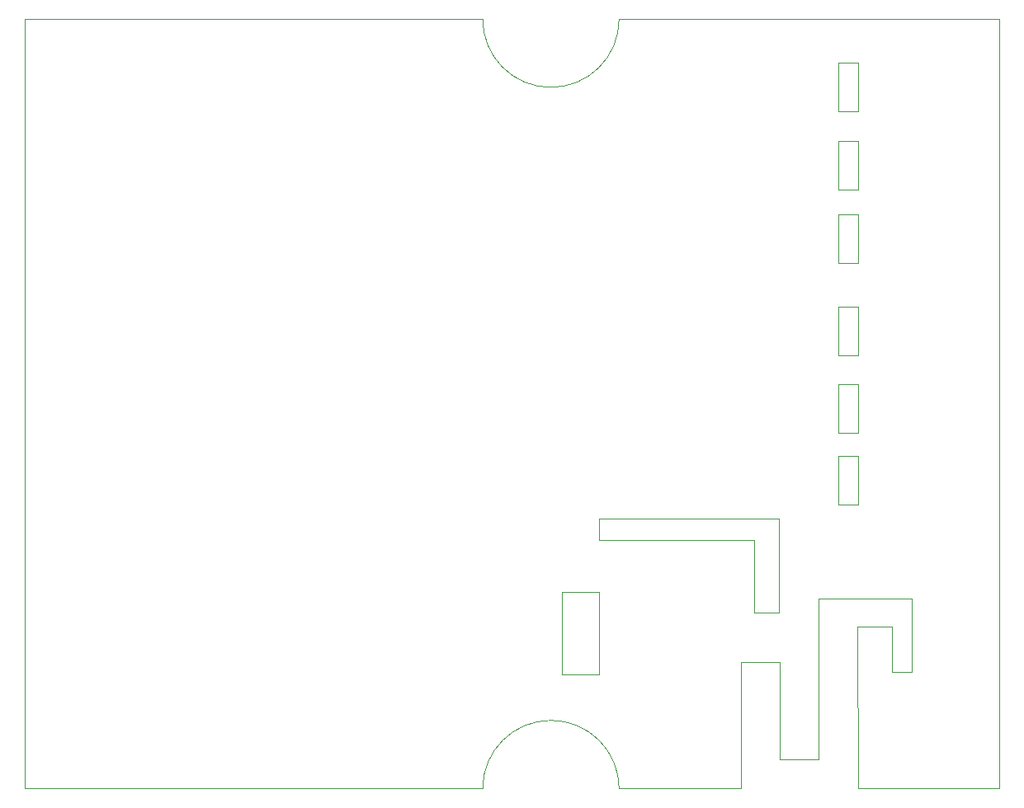
<source format=gbr>
%TF.GenerationSoftware,KiCad,Pcbnew,(5.1.8)-1*%
%TF.CreationDate,2021-03-17T21:52:09+01:00*%
%TF.ProjectId,sensactOutdoor,73656e73-6163-4744-9f75-74646f6f722e,rev?*%
%TF.SameCoordinates,Original*%
%TF.FileFunction,Profile,NP*%
%FSLAX46Y46*%
G04 Gerber Fmt 4.6, Leading zero omitted, Abs format (unit mm)*
G04 Created by KiCad (PCBNEW (5.1.8)-1) date 2021-03-17 21:52:09*
%MOMM*%
%LPD*%
G01*
G04 APERTURE LIST*
%TA.AperFunction,Profile*%
%ADD10C,0.050000*%
%TD*%
G04 APERTURE END LIST*
D10*
X83947000Y-73787000D02*
X102362000Y-73787000D01*
X83947000Y-75946000D02*
X83947000Y-73787000D01*
X99822000Y-75946000D02*
X83947000Y-75946000D01*
X80137000Y-81280000D02*
X83947000Y-81280000D01*
X80137000Y-89789000D02*
X80137000Y-81280000D01*
X83947000Y-89789000D02*
X80137000Y-89789000D01*
X83947000Y-81280000D02*
X83947000Y-89789000D01*
X114000000Y-89500000D02*
X116000000Y-89500000D01*
X106500000Y-82000000D02*
X106500000Y-98500000D01*
X110482000Y-84836000D02*
X110500000Y-101500000D01*
X106500000Y-98500000D02*
X102500000Y-98500000D01*
X125000000Y-101500000D02*
X110500000Y-101500000D01*
X102500000Y-88500000D02*
X102500000Y-98500000D01*
X102500000Y-88500000D02*
X98500000Y-88500000D01*
X98500000Y-101500000D02*
X98500000Y-88500000D01*
X110500000Y-72366000D02*
X110500000Y-67366000D01*
X108500000Y-67366000D02*
X108500000Y-72366000D01*
X110500000Y-67366000D02*
X108500000Y-67366000D01*
X108500000Y-72366000D02*
X110500000Y-72366000D01*
X116000000Y-82000000D02*
X116000000Y-89500000D01*
X106500000Y-82000000D02*
X116000000Y-82000000D01*
X114000000Y-84836000D02*
X110482000Y-84836000D01*
X114000000Y-89500000D02*
X114000000Y-84836000D01*
X110500000Y-27000000D02*
X108500000Y-27000000D01*
X108500000Y-27000000D02*
X108500000Y-32000000D01*
X110500000Y-32000000D02*
X110500000Y-27000000D01*
X108500000Y-32000000D02*
X110500000Y-32000000D01*
X110500000Y-35000000D02*
X108500000Y-35000000D01*
X108500000Y-40000000D02*
X110500000Y-40000000D01*
X108500000Y-35000000D02*
X108500000Y-40000000D01*
X110500000Y-40000000D02*
X110500000Y-35000000D01*
X108500000Y-47500000D02*
X110500000Y-47500000D01*
X108500000Y-42500000D02*
X108500000Y-47500000D01*
X110500000Y-42500000D02*
X108500000Y-42500000D01*
X110500000Y-47500000D02*
X110500000Y-42500000D01*
X108500000Y-60000000D02*
X108500000Y-65000000D01*
X110500000Y-60000000D02*
X108500000Y-60000000D01*
X110500000Y-65000000D02*
X110500000Y-60000000D01*
X108500000Y-65000000D02*
X110500000Y-65000000D01*
X110500000Y-57000000D02*
X110500000Y-52000000D01*
X108500000Y-57000000D02*
X110500000Y-57000000D01*
X108500000Y-52000000D02*
X108500000Y-57000000D01*
X110500000Y-52000000D02*
X108500000Y-52000000D01*
X99822000Y-83439000D02*
X99822000Y-75946000D01*
X102362000Y-83439000D02*
X99822000Y-83439000D01*
X102362000Y-73787000D02*
X102362000Y-83439000D01*
X125000000Y-22500000D02*
X86000000Y-22500000D01*
X86000000Y-22500000D02*
G75*
G02*
X72000000Y-22500000I-7000000J0D01*
G01*
X98500000Y-101500000D02*
X86000000Y-101500000D01*
X72000000Y-101500000D02*
G75*
G02*
X86000000Y-101500000I7000000J0D01*
G01*
X25000000Y-101500000D02*
X25000000Y-22500000D01*
X72000000Y-101500000D02*
X25000000Y-101500000D01*
X125000000Y-22500000D02*
X125000000Y-101500000D01*
X25000000Y-22500000D02*
X72000000Y-22500000D01*
M02*

</source>
